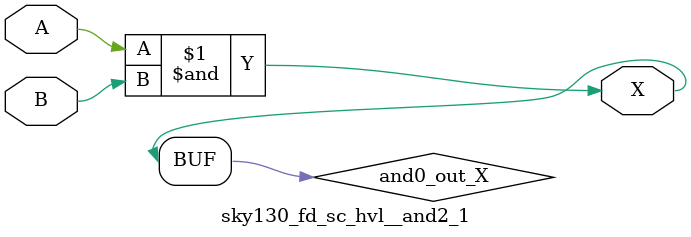
<source format=v>
/*
 * Copyright 2020 The SkyWater PDK Authors
 *
 * Licensed under the Apache License, Version 2.0 (the "License");
 * you may not use this file except in compliance with the License.
 * You may obtain a copy of the License at
 *
 *     https://www.apache.org/licenses/LICENSE-2.0
 *
 * Unless required by applicable law or agreed to in writing, software
 * distributed under the License is distributed on an "AS IS" BASIS,
 * WITHOUT WARRANTIES OR CONDITIONS OF ANY KIND, either express or implied.
 * See the License for the specific language governing permissions and
 * limitations under the License.
 *
 * SPDX-License-Identifier: Apache-2.0
*/


`ifndef SKY130_FD_SC_HVL__AND2_1_FUNCTIONAL_V
`define SKY130_FD_SC_HVL__AND2_1_FUNCTIONAL_V

/**
 * and2: 2-input AND.
 *
 * Verilog simulation functional model.
 */

`timescale 1ns / 1ps
`default_nettype none

`celldefine
module sky130_fd_sc_hvl__and2_1 (
    X,
    A,
    B
);

    // Module ports
    output X;
    input  A;
    input  B;

    // Local signals
    wire and0_out_X;

    //  Name  Output      Other arguments
    and and0 (and0_out_X, A, B           );
    buf buf0 (X         , and0_out_X     );

endmodule
`endcelldefine

`default_nettype wire
`endif  // SKY130_FD_SC_HVL__AND2_1_FUNCTIONAL_V

</source>
